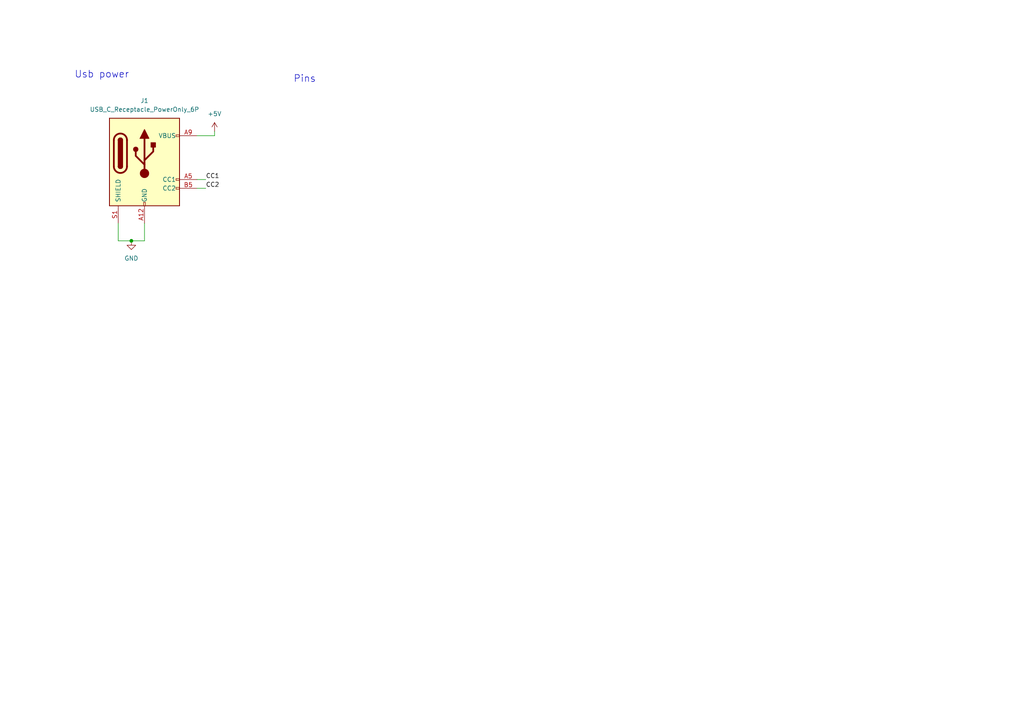
<source format=kicad_sch>
(kicad_sch (version 20230121) (generator eeschema)
  (paper "A4")
  (lib_symbols
    (symbol "Connector:USB_C_Receptacle_PowerOnly_6P" (pin_names (offset 1.016))
      (property "Reference" "J" (at 0 16.51 0))
      (property "Value" "USB_C_Receptacle_PowerOnly_6P" (at 0 13.97 0))
      (symbol "USB_C_Receptacle_PowerOnly_6P_0_0"
        (rectangle (start -0.254 -12.7) (end 0.254 -11.684))
        (rectangle (start 10.16 -7.366) (end 9.144 -7.874))
        (rectangle (start 10.16 -4.826) (end 9.144 -5.334))
        (rectangle (start 10.16 7.874) (end 9.144 7.366))
      )
      (symbol "USB_C_Receptacle_PowerOnly_6P_0_1"
        (rectangle (start -10.16 12.7) (end 10.16 -12.7) (stroke (width 0.254)) (fill (type background)))
        (arc (start -8.89 -1.27) (mid -6.985 -3.1667) (end -5.08 -1.27) (stroke (width 0.508)))
        (arc (start -7.62 -1.27) (mid -6.985 -1.9023) (end -6.35 -1.27) (stroke (width 0.254)))
        (arc (start -7.62 -1.27) (mid -6.985 -1.9023) (end -6.35 -1.27) (stroke (width 0.254)) (fill (type outline)))
        (rectangle (start -7.62 -1.27) (end -6.35 6.35) (stroke (width 0.254)) (fill (type outline)))
        (arc (start -6.35 6.35) (mid -6.985 6.9823) (end -7.62 6.35) (stroke (width 0.254)))
        (arc (start -6.35 6.35) (mid -6.985 6.9823) (end -7.62 6.35) (stroke (width 0.254)) (fill (type outline)))
        (arc (start -5.08 6.35) (mid -6.985 8.2467) (end -8.89 6.35) (stroke (width 0.508)))
        (circle (center -2.54 3.683) (radius 0.635) (stroke (width 0.254)) (fill (type outline)))
        (circle (center 0 -3.302) (radius 1.27) (fill (type outline)))
        (polyline (pts (xy -8.89 -1.27) (xy -8.89 6.35)) (stroke (width 0.508)))
        (polyline (pts (xy -5.08 6.35) (xy -5.08 -1.27)) (stroke (width 0.508)))
        (polyline (pts (xy 0 -3.302) (xy 0 6.858)) (stroke (width 0.508)))
        (polyline (pts (xy 0 -0.762) (xy -2.54 1.778) (xy -2.54 3.048)) (stroke (width 0.508)))
        (polyline (pts (xy 0 0.508) (xy 2.54 3.048) (xy 2.54 4.318)) (stroke (width 0.508)))
        (polyline (pts (xy -1.27 6.858) (xy 0 9.398) (xy 1.27 6.858) (xy -1.27 6.858)) (stroke (width 0.254)) (fill (type outline)))
        (rectangle (start 1.905 4.318) (end 3.175 5.588) (stroke (width 0.254)) (fill (type outline)))
      )
      (symbol "USB_C_Receptacle_PowerOnly_6P_1_1"
        (pin passive line (at 0 -17.78 90) (length 5.08) (name "GND") (number "A12"))
        (pin bidirectional line (at 15.24 -5.08 180) (length 5.08) (name "CC1") (number "A5"))
        (pin passive line (at 15.24 7.62 180) (length 5.08) (name "VBUS") (number "A9"))
        (pin passive line (at 0 -17.78 90) (length 5.08) hide (name "GND") (number "B12"))
        (pin bidirectional line (at 15.24 -7.62 180) (length 5.08) (name "CC2") (number "B5"))
        (pin passive line (at 15.24 7.62 180) (length 5.08) hide (name "VBUS") (number "B9"))
        (pin passive line (at -7.62 -17.78 90) (length 5.08) (name "SHIELD") (number "S1"))
      )
    )
    (symbol "power:+5V" (power) (pin_names (offset 0))
      (property "Value" "+5V" (at 0 3.556 0))
      (symbol "+5V_0_1"
        (polyline (pts (xy -0.762 1.27) (xy 0 2.54)))
        (polyline (pts (xy 0 0) (xy 0 2.54)))
        (polyline (pts (xy 0 2.54) (xy 0.762 1.27)))
      )
      (symbol "+5V_1_1"
        (pin power_in line (at 0 0 90) (length 0) hide (name "+5V") (number "1"))
      )
    )
    (symbol "power:GND" (power) (pin_names (offset 0))
      (property "Value" "GND" (at 0 -3.81 0))
      (symbol "GND_0_1"
        (polyline (pts (xy 0 0) (xy 0 -1.27) (xy 1.27 -1.27) (xy 0 -2.54) (xy -1.27 -1.27) (xy 0 -1.27)))
      )
      (symbol "GND_1_1"
        (pin power_in line (at 0 0 270) (length 0) hide (name "GND") (number "1"))
      )
    )
  )
  (junction (at 38.1 69.85))
  (wire (pts (xy 57.15 52.07) (xy 59.69 52.07)))
  (wire (pts (xy 38.1 69.85) (xy 41.91 69.85)))
  (wire (pts (xy 57.15 39.37) (xy 62.23 39.37)))
  (wire (pts (xy 57.15 54.61) (xy 59.69 54.61)))
  (wire (pts (xy 34.29 64.77) (xy 34.29 69.85)))
  (wire (pts (xy 41.91 69.85) (xy 41.91 64.77)))
  (wire (pts (xy 62.23 39.37) (xy 62.23 38.1)))
  (wire (pts (xy 34.29 69.85) (xy 38.1 69.85)))
  (text "Usb power" (at 21.59 22.86 0) (effects (font (size 2 2)) (justify left bottom)))
  (text "Pins" (at 85.09 24.13 0) (effects (font (size 2 2)) (justify left bottom)))
  (label "CC1" (at 59.69 52.07 0))
  (label "CC2" (at 59.69 54.61 0))
  (symbol (lib_id "power:GND") (at 38.1 69.85 0) (unit 1)
    (property "Reference" "#PWR01" (effects hide))
    (property "Value" "GND" (at 38.1 74.93 0))
  )
  (symbol (lib_id "power:+5V") (at 62.23 38.1 0) (unit 1)
    (property "Reference" "#PWR02" (effects hide))
    (property "Value" "+5V" (at 62.23 33.02 0))
  )
  (symbol (lib_id "Connector:USB_C_Receptacle_PowerOnly_6P") (at 41.91 46.99 0) (unit 1)
    (property "Reference" "J1" (at 41.91 29.21 0))
    (property "Value" "USB_C_Receptacle_PowerOnly_6P" (at 41.91 31.75 0))
    (property "Footprint" "Library:TYPE-C-31-D-08" (effects hide))
    (property "Datasheet" "https://www.usb.org/sites/default/files/documents/usb_type-c.zip" (effects hide))
  )
)
</source>
